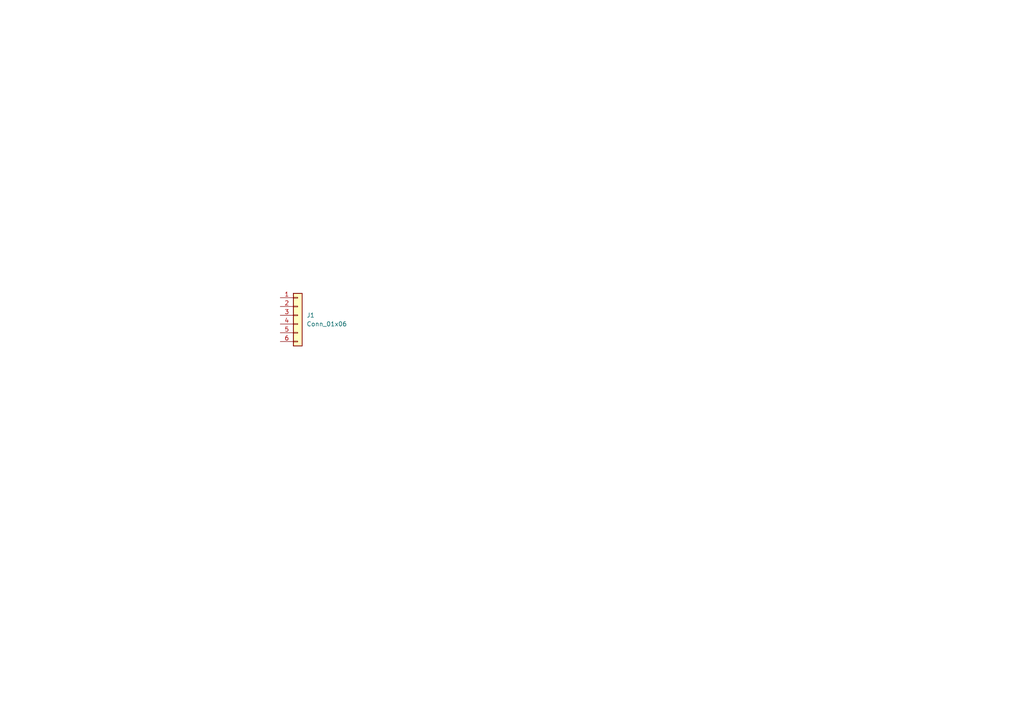
<source format=kicad_sch>
(kicad_sch (version 20231120) (generator "eeschema") (generator_version "8.0")
  (paper "A4")
  (lib_symbols
    (symbol "Connector_Generic:Conn_01x06" (pin_names (offset 1.016) hide)
      (property "Reference" "J" (at 0 7.62 0))
      (property "Value" "Conn_01x06" (at 0 -10.16 0))
      (symbol "Conn_01x06_1_1"
        (rectangle (start -1.27 -7.493) (end 0 -7.747) (stroke (width 0.1524)))
        (rectangle (start -1.27 -4.953) (end 0 -5.207) (stroke (width 0.1524)))
        (rectangle (start -1.27 -2.413) (end 0 -2.667) (stroke (width 0.1524)))
        (rectangle (start -1.27 0.127) (end 0 -0.127) (stroke (width 0.1524)))
        (rectangle (start -1.27 2.667) (end 0 2.413) (stroke (width 0.1524)))
        (rectangle (start -1.27 5.207) (end 0 4.953) (stroke (width 0.1524)))
        (rectangle (start -1.27 6.35) (end 1.27 -8.89) (stroke (width 0.254)) (fill (type background)))
        (pin passive line (at -5.08 5.08 0) (length 3.81) (name "Pin_1") (number "1"))
        (pin passive line (at -5.08 2.54 0) (length 3.81) (name "Pin_2") (number "2"))
        (pin passive line (at -5.08 0 0) (length 3.81) (name "Pin_3") (number "3"))
        (pin passive line (at -5.08 -2.54 0) (length 3.81) (name "Pin_4") (number "4"))
        (pin passive line (at -5.08 -5.08 0) (length 3.81) (name "Pin_5") (number "5"))
        (pin passive line (at -5.08 -7.62 0) (length 3.81) (name "Pin_6") (number "6"))
      )
    )
  )
  (symbol (lib_id "Connector_Generic:Conn_01x06") (at 86.36 91.44 0) (unit 1)
    (property "Reference" "J1" (at 88.9 91.4399 0) (effects (justify left)))
    (property "Value" "Conn_01x06" (at 88.9 93.9799 0) (effects (justify left)))
    (property "Description" "Generic connector, single row, 01x06, script generated (kicad-library-utils/schlib/autogen/connector/)" (effects (hide yes)))
  )
)
</source>
